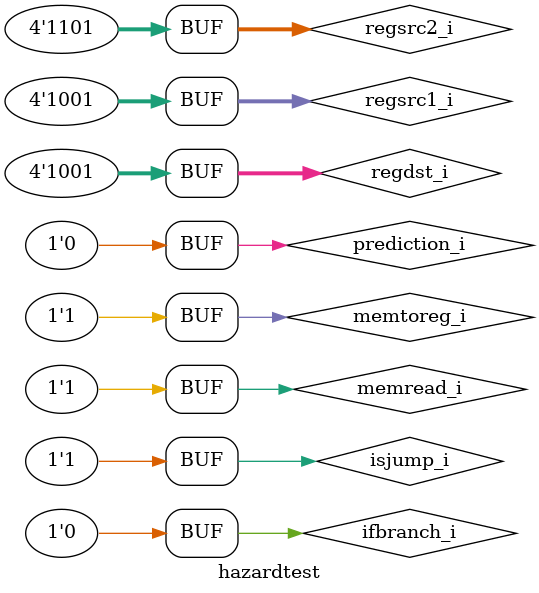
<source format=v>
`timescale 1ns / 1ps


module hazardtest;

	// Inputs
	reg memtoreg_i;
	reg memread_i;
	reg [3:0] regsrc1_i;
	reg [3:0] regsrc2_i;
	reg isjump_i;
	reg ifbranch_i;
	reg prediction_i;
	reg [3:0] regdst_i;

	// Outputs
	wire stall_LW_o;
	wire jr_o;
	wire prewrong_o;
	wire precorrc_o;

	// Instantiate the Unit Under Test (UUT)
	hazard uut (
		.memtoreg_i(memtoreg_i), 
		.memread_i(memread_i), 
		.regsrc1_i(regsrc1_i), 
		.regsrc2_i(regsrc2_i), 
		.stall_LW_o(stall_LW_o), 
		.isjump_i(isjump_i), 
		.jr_o(jr_o), 
		.ifbranch_i(ifbranch_i), 
		.prediction_i(prediction_i), 
		.prewrong_o(prewrong_o),
		.precorrc_o(precorrc_o),
		.regdst_i(regdst_i)
	);

	initial begin
		// Initialize Inputs
		memtoreg_i = 0;
		memread_i = 0;
		regsrc1_i = 0;
		regsrc2_i = 0;
		isjump_i = 0;
		ifbranch_i = 0;
		prediction_i = 0;
		regdst_i = 0;

		// Wait 100 ns for global reset to finish
		#100;
        
		// Add stimulus here
		#5;
		memtoreg_i = 1;
		memread_i = 1;
		prediction_i = 1;
		#3;
		regsrc1_i = 4'b0011;
		regsrc2_i = 4'b0101;
		regdst_i = 4'b0011;
		isjump_i = 0;
		#2;
		ifbranch_i = 1;
		
		#5;
		memtoreg_i = 1;
		memread_i = 1;
		prediction_i = 0;
		#3;
		regsrc1_i = 4'b1001;
		regsrc2_i = 4'b1101;
		regdst_i = 4'b1001;
		isjump_i = 1;
		#2;
		ifbranch_i = 0;

	end
      
endmodule


</source>
